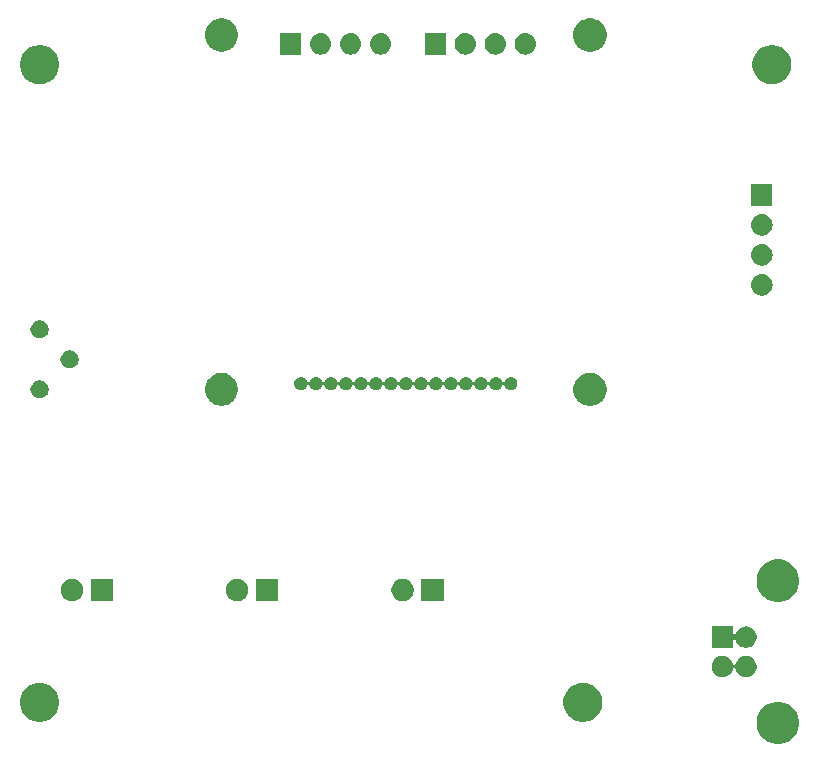
<source format=gbr>
G04 #@! TF.GenerationSoftware,KiCad,Pcbnew,(5.1.0)-1*
G04 #@! TF.CreationDate,2020-10-05T07:23:46+02:00*
G04 #@! TF.ProjectId,Waage,57616167-652e-46b6-9963-61645f706362,rev?*
G04 #@! TF.SameCoordinates,Original*
G04 #@! TF.FileFunction,Soldermask,Bot*
G04 #@! TF.FilePolarity,Negative*
%FSLAX46Y46*%
G04 Gerber Fmt 4.6, Leading zero omitted, Abs format (unit mm)*
G04 Created by KiCad (PCBNEW (5.1.0)-1) date 2020-10-05 07:23:46*
%MOMM*%
%LPD*%
G04 APERTURE LIST*
%ADD10C,0.100000*%
G04 APERTURE END LIST*
D10*
G36*
X147035331Y-118013211D02*
G01*
X147363092Y-118148974D01*
X147658070Y-118346072D01*
X147908928Y-118596930D01*
X148106026Y-118891908D01*
X148241789Y-119219669D01*
X148311000Y-119567616D01*
X148311000Y-119922384D01*
X148241789Y-120270331D01*
X148106026Y-120598092D01*
X147908928Y-120893070D01*
X147658070Y-121143928D01*
X147363092Y-121341026D01*
X147035331Y-121476789D01*
X146687384Y-121546000D01*
X146332616Y-121546000D01*
X145984669Y-121476789D01*
X145656908Y-121341026D01*
X145361930Y-121143928D01*
X145111072Y-120893070D01*
X144913974Y-120598092D01*
X144778211Y-120270331D01*
X144709000Y-119922384D01*
X144709000Y-119567616D01*
X144778211Y-119219669D01*
X144913974Y-118891908D01*
X145111072Y-118596930D01*
X145361930Y-118346072D01*
X145656908Y-118148974D01*
X145984669Y-118013211D01*
X146332616Y-117944000D01*
X146687384Y-117944000D01*
X147035331Y-118013211D01*
X147035331Y-118013211D01*
G37*
G36*
X130375256Y-116391298D02*
G01*
X130481579Y-116412447D01*
X130782042Y-116536903D01*
X131052451Y-116717585D01*
X131282415Y-116947549D01*
X131463097Y-117217958D01*
X131587553Y-117518421D01*
X131651000Y-117837391D01*
X131651000Y-118162609D01*
X131587553Y-118481579D01*
X131463097Y-118782042D01*
X131282415Y-119052451D01*
X131052451Y-119282415D01*
X130782042Y-119463097D01*
X130481579Y-119587553D01*
X130375256Y-119608702D01*
X130162611Y-119651000D01*
X129837389Y-119651000D01*
X129624744Y-119608702D01*
X129518421Y-119587553D01*
X129217958Y-119463097D01*
X128947549Y-119282415D01*
X128717585Y-119052451D01*
X128536903Y-118782042D01*
X128412447Y-118481579D01*
X128349000Y-118162609D01*
X128349000Y-117837391D01*
X128412447Y-117518421D01*
X128536903Y-117217958D01*
X128717585Y-116947549D01*
X128947549Y-116717585D01*
X129217958Y-116536903D01*
X129518421Y-116412447D01*
X129624744Y-116391298D01*
X129837389Y-116349000D01*
X130162611Y-116349000D01*
X130375256Y-116391298D01*
X130375256Y-116391298D01*
G37*
G36*
X84375256Y-116391298D02*
G01*
X84481579Y-116412447D01*
X84782042Y-116536903D01*
X85052451Y-116717585D01*
X85282415Y-116947549D01*
X85463097Y-117217958D01*
X85587553Y-117518421D01*
X85651000Y-117837391D01*
X85651000Y-118162609D01*
X85587553Y-118481579D01*
X85463097Y-118782042D01*
X85282415Y-119052451D01*
X85052451Y-119282415D01*
X84782042Y-119463097D01*
X84481579Y-119587553D01*
X84375256Y-119608702D01*
X84162611Y-119651000D01*
X83837389Y-119651000D01*
X83624744Y-119608702D01*
X83518421Y-119587553D01*
X83217958Y-119463097D01*
X82947549Y-119282415D01*
X82717585Y-119052451D01*
X82536903Y-118782042D01*
X82412447Y-118481579D01*
X82349000Y-118162609D01*
X82349000Y-117837391D01*
X82412447Y-117518421D01*
X82536903Y-117217958D01*
X82717585Y-116947549D01*
X82947549Y-116717585D01*
X83217958Y-116536903D01*
X83518421Y-116412447D01*
X83624744Y-116391298D01*
X83837389Y-116349000D01*
X84162611Y-116349000D01*
X84375256Y-116391298D01*
X84375256Y-116391298D01*
G37*
G36*
X141913512Y-114078927D02*
G01*
X142062812Y-114108624D01*
X142226784Y-114176544D01*
X142374354Y-114275147D01*
X142499853Y-114400646D01*
X142598456Y-114548216D01*
X142666376Y-114712188D01*
X142677405Y-114767638D01*
X142684516Y-114791078D01*
X142696067Y-114812689D01*
X142711613Y-114831631D01*
X142730555Y-114847176D01*
X142752165Y-114858727D01*
X142775614Y-114865840D01*
X142800000Y-114868242D01*
X142824387Y-114865840D01*
X142847835Y-114858727D01*
X142869446Y-114847176D01*
X142888388Y-114831630D01*
X142903933Y-114812688D01*
X142915484Y-114791078D01*
X142922595Y-114767638D01*
X142933624Y-114712188D01*
X143001544Y-114548216D01*
X143100147Y-114400646D01*
X143225646Y-114275147D01*
X143373216Y-114176544D01*
X143537188Y-114108624D01*
X143686488Y-114078927D01*
X143711258Y-114074000D01*
X143888742Y-114074000D01*
X143913512Y-114078927D01*
X144062812Y-114108624D01*
X144226784Y-114176544D01*
X144374354Y-114275147D01*
X144499853Y-114400646D01*
X144598456Y-114548216D01*
X144666376Y-114712188D01*
X144701000Y-114886259D01*
X144701000Y-115063741D01*
X144666376Y-115237812D01*
X144598456Y-115401784D01*
X144499853Y-115549354D01*
X144374354Y-115674853D01*
X144226784Y-115773456D01*
X144062812Y-115841376D01*
X143913512Y-115871073D01*
X143888742Y-115876000D01*
X143711258Y-115876000D01*
X143686488Y-115871073D01*
X143537188Y-115841376D01*
X143373216Y-115773456D01*
X143225646Y-115674853D01*
X143100147Y-115549354D01*
X143001544Y-115401784D01*
X142933624Y-115237812D01*
X142922595Y-115182362D01*
X142915484Y-115158922D01*
X142903933Y-115137311D01*
X142888387Y-115118369D01*
X142869445Y-115102824D01*
X142847835Y-115091273D01*
X142824386Y-115084160D01*
X142800000Y-115081758D01*
X142775613Y-115084160D01*
X142752165Y-115091273D01*
X142730554Y-115102824D01*
X142711612Y-115118370D01*
X142696067Y-115137312D01*
X142684516Y-115158922D01*
X142677405Y-115182362D01*
X142666376Y-115237812D01*
X142598456Y-115401784D01*
X142499853Y-115549354D01*
X142374354Y-115674853D01*
X142226784Y-115773456D01*
X142062812Y-115841376D01*
X141913512Y-115871073D01*
X141888742Y-115876000D01*
X141711258Y-115876000D01*
X141686488Y-115871073D01*
X141537188Y-115841376D01*
X141373216Y-115773456D01*
X141225646Y-115674853D01*
X141100147Y-115549354D01*
X141001544Y-115401784D01*
X140933624Y-115237812D01*
X140899000Y-115063741D01*
X140899000Y-114886259D01*
X140933624Y-114712188D01*
X141001544Y-114548216D01*
X141100147Y-114400646D01*
X141225646Y-114275147D01*
X141373216Y-114176544D01*
X141537188Y-114108624D01*
X141686488Y-114078927D01*
X141711258Y-114074000D01*
X141888742Y-114074000D01*
X141913512Y-114078927D01*
X141913512Y-114078927D01*
G37*
G36*
X142701000Y-112145383D02*
G01*
X142703402Y-112169769D01*
X142710515Y-112193218D01*
X142722066Y-112214829D01*
X142737611Y-112233771D01*
X142756553Y-112249316D01*
X142778164Y-112260867D01*
X142801613Y-112267980D01*
X142825999Y-112270382D01*
X142850385Y-112267980D01*
X142873834Y-112260867D01*
X142895445Y-112249316D01*
X142914387Y-112233771D01*
X142929932Y-112214829D01*
X142941477Y-112193229D01*
X143001544Y-112048216D01*
X143100147Y-111900646D01*
X143225646Y-111775147D01*
X143373216Y-111676544D01*
X143537188Y-111608624D01*
X143686488Y-111578927D01*
X143711258Y-111574000D01*
X143888742Y-111574000D01*
X143913512Y-111578927D01*
X144062812Y-111608624D01*
X144226784Y-111676544D01*
X144374354Y-111775147D01*
X144499853Y-111900646D01*
X144598456Y-112048216D01*
X144666376Y-112212188D01*
X144701000Y-112386259D01*
X144701000Y-112563741D01*
X144666376Y-112737812D01*
X144598456Y-112901784D01*
X144499853Y-113049354D01*
X144374354Y-113174853D01*
X144226784Y-113273456D01*
X144062812Y-113341376D01*
X143913512Y-113371073D01*
X143888742Y-113376000D01*
X143711258Y-113376000D01*
X143686488Y-113371073D01*
X143537188Y-113341376D01*
X143373216Y-113273456D01*
X143225646Y-113174853D01*
X143100147Y-113049354D01*
X143001544Y-112901784D01*
X142941477Y-112756771D01*
X142929932Y-112735171D01*
X142914387Y-112716229D01*
X142895445Y-112700684D01*
X142873834Y-112689133D01*
X142850385Y-112682020D01*
X142825999Y-112679618D01*
X142801613Y-112682020D01*
X142778164Y-112689133D01*
X142756553Y-112700684D01*
X142737611Y-112716229D01*
X142722066Y-112735171D01*
X142710515Y-112756782D01*
X142703402Y-112780231D01*
X142701000Y-112804617D01*
X142701000Y-113376000D01*
X140899000Y-113376000D01*
X140899000Y-111574000D01*
X142701000Y-111574000D01*
X142701000Y-112145383D01*
X142701000Y-112145383D01*
G37*
G36*
X147035331Y-105973211D02*
G01*
X147363092Y-106108974D01*
X147658070Y-106306072D01*
X147908928Y-106556930D01*
X148106026Y-106851908D01*
X148241789Y-107179669D01*
X148311000Y-107527616D01*
X148311000Y-107882384D01*
X148241789Y-108230331D01*
X148106026Y-108558092D01*
X147908928Y-108853070D01*
X147658070Y-109103928D01*
X147363092Y-109301026D01*
X147035331Y-109436789D01*
X146687384Y-109506000D01*
X146332616Y-109506000D01*
X145984669Y-109436789D01*
X145656908Y-109301026D01*
X145361930Y-109103928D01*
X145111072Y-108853070D01*
X144913974Y-108558092D01*
X144778211Y-108230331D01*
X144709000Y-107882384D01*
X144709000Y-107527616D01*
X144778211Y-107179669D01*
X144913974Y-106851908D01*
X145111072Y-106556930D01*
X145361930Y-106306072D01*
X145656908Y-106108974D01*
X145984669Y-105973211D01*
X146332616Y-105904000D01*
X146687384Y-105904000D01*
X147035331Y-105973211D01*
X147035331Y-105973211D01*
G37*
G36*
X101007395Y-107585546D02*
G01*
X101180466Y-107657234D01*
X101180467Y-107657235D01*
X101336227Y-107761310D01*
X101468690Y-107893773D01*
X101468691Y-107893775D01*
X101572766Y-108049534D01*
X101644454Y-108222605D01*
X101681000Y-108406333D01*
X101681000Y-108593667D01*
X101644454Y-108777395D01*
X101572766Y-108950466D01*
X101572765Y-108950467D01*
X101468690Y-109106227D01*
X101336227Y-109238690D01*
X101257818Y-109291081D01*
X101180466Y-109342766D01*
X101007395Y-109414454D01*
X100823667Y-109451000D01*
X100636333Y-109451000D01*
X100452605Y-109414454D01*
X100279534Y-109342766D01*
X100202182Y-109291081D01*
X100123773Y-109238690D01*
X99991310Y-109106227D01*
X99887235Y-108950467D01*
X99887234Y-108950466D01*
X99815546Y-108777395D01*
X99779000Y-108593667D01*
X99779000Y-108406333D01*
X99815546Y-108222605D01*
X99887234Y-108049534D01*
X99991309Y-107893775D01*
X99991310Y-107893773D01*
X100123773Y-107761310D01*
X100279533Y-107657235D01*
X100279534Y-107657234D01*
X100452605Y-107585546D01*
X100636333Y-107549000D01*
X100823667Y-107549000D01*
X101007395Y-107585546D01*
X101007395Y-107585546D01*
G37*
G36*
X115007395Y-107585546D02*
G01*
X115180466Y-107657234D01*
X115180467Y-107657235D01*
X115336227Y-107761310D01*
X115468690Y-107893773D01*
X115468691Y-107893775D01*
X115572766Y-108049534D01*
X115644454Y-108222605D01*
X115681000Y-108406333D01*
X115681000Y-108593667D01*
X115644454Y-108777395D01*
X115572766Y-108950466D01*
X115572765Y-108950467D01*
X115468690Y-109106227D01*
X115336227Y-109238690D01*
X115257818Y-109291081D01*
X115180466Y-109342766D01*
X115007395Y-109414454D01*
X114823667Y-109451000D01*
X114636333Y-109451000D01*
X114452605Y-109414454D01*
X114279534Y-109342766D01*
X114202182Y-109291081D01*
X114123773Y-109238690D01*
X113991310Y-109106227D01*
X113887235Y-108950467D01*
X113887234Y-108950466D01*
X113815546Y-108777395D01*
X113779000Y-108593667D01*
X113779000Y-108406333D01*
X113815546Y-108222605D01*
X113887234Y-108049534D01*
X113991309Y-107893775D01*
X113991310Y-107893773D01*
X114123773Y-107761310D01*
X114279533Y-107657235D01*
X114279534Y-107657234D01*
X114452605Y-107585546D01*
X114636333Y-107549000D01*
X114823667Y-107549000D01*
X115007395Y-107585546D01*
X115007395Y-107585546D01*
G37*
G36*
X118221000Y-109451000D02*
G01*
X116319000Y-109451000D01*
X116319000Y-107549000D01*
X118221000Y-107549000D01*
X118221000Y-109451000D01*
X118221000Y-109451000D01*
G37*
G36*
X87007395Y-107585546D02*
G01*
X87180466Y-107657234D01*
X87180467Y-107657235D01*
X87336227Y-107761310D01*
X87468690Y-107893773D01*
X87468691Y-107893775D01*
X87572766Y-108049534D01*
X87644454Y-108222605D01*
X87681000Y-108406333D01*
X87681000Y-108593667D01*
X87644454Y-108777395D01*
X87572766Y-108950466D01*
X87572765Y-108950467D01*
X87468690Y-109106227D01*
X87336227Y-109238690D01*
X87257818Y-109291081D01*
X87180466Y-109342766D01*
X87007395Y-109414454D01*
X86823667Y-109451000D01*
X86636333Y-109451000D01*
X86452605Y-109414454D01*
X86279534Y-109342766D01*
X86202182Y-109291081D01*
X86123773Y-109238690D01*
X85991310Y-109106227D01*
X85887235Y-108950467D01*
X85887234Y-108950466D01*
X85815546Y-108777395D01*
X85779000Y-108593667D01*
X85779000Y-108406333D01*
X85815546Y-108222605D01*
X85887234Y-108049534D01*
X85991309Y-107893775D01*
X85991310Y-107893773D01*
X86123773Y-107761310D01*
X86279533Y-107657235D01*
X86279534Y-107657234D01*
X86452605Y-107585546D01*
X86636333Y-107549000D01*
X86823667Y-107549000D01*
X87007395Y-107585546D01*
X87007395Y-107585546D01*
G37*
G36*
X90221000Y-109451000D02*
G01*
X88319000Y-109451000D01*
X88319000Y-107549000D01*
X90221000Y-107549000D01*
X90221000Y-109451000D01*
X90221000Y-109451000D01*
G37*
G36*
X104221000Y-109451000D02*
G01*
X102319000Y-109451000D01*
X102319000Y-107549000D01*
X104221000Y-107549000D01*
X104221000Y-109451000D01*
X104221000Y-109451000D01*
G37*
G36*
X99718433Y-90134893D02*
G01*
X99808657Y-90152839D01*
X99914267Y-90196585D01*
X100063621Y-90258449D01*
X100063622Y-90258450D01*
X100293086Y-90411772D01*
X100488228Y-90606914D01*
X100516187Y-90648758D01*
X100641551Y-90836379D01*
X100686846Y-90945730D01*
X100731805Y-91054270D01*
X100747161Y-91091344D01*
X100801000Y-91362012D01*
X100801000Y-91637988D01*
X100747161Y-91908656D01*
X100641551Y-92163621D01*
X100641550Y-92163622D01*
X100488228Y-92393086D01*
X100293086Y-92588228D01*
X100139763Y-92690675D01*
X100063621Y-92741551D01*
X99914267Y-92803415D01*
X99808657Y-92847161D01*
X99718433Y-92865107D01*
X99537988Y-92901000D01*
X99262012Y-92901000D01*
X99081567Y-92865107D01*
X98991343Y-92847161D01*
X98885733Y-92803415D01*
X98736379Y-92741551D01*
X98660237Y-92690675D01*
X98506914Y-92588228D01*
X98311772Y-92393086D01*
X98158450Y-92163622D01*
X98158449Y-92163621D01*
X98052839Y-91908656D01*
X97999000Y-91637988D01*
X97999000Y-91362012D01*
X98052839Y-91091344D01*
X98068196Y-91054270D01*
X98113154Y-90945730D01*
X98158449Y-90836379D01*
X98283813Y-90648758D01*
X98311772Y-90606914D01*
X98506914Y-90411772D01*
X98736378Y-90258450D01*
X98736379Y-90258449D01*
X98885733Y-90196585D01*
X98991343Y-90152839D01*
X99081567Y-90134893D01*
X99262012Y-90099000D01*
X99537988Y-90099000D01*
X99718433Y-90134893D01*
X99718433Y-90134893D01*
G37*
G36*
X130918433Y-90134893D02*
G01*
X131008657Y-90152839D01*
X131114267Y-90196585D01*
X131263621Y-90258449D01*
X131263622Y-90258450D01*
X131493086Y-90411772D01*
X131688228Y-90606914D01*
X131716187Y-90648758D01*
X131841551Y-90836379D01*
X131886846Y-90945730D01*
X131931805Y-91054270D01*
X131947161Y-91091344D01*
X132001000Y-91362012D01*
X132001000Y-91637988D01*
X131947161Y-91908656D01*
X131841551Y-92163621D01*
X131841550Y-92163622D01*
X131688228Y-92393086D01*
X131493086Y-92588228D01*
X131339763Y-92690675D01*
X131263621Y-92741551D01*
X131114267Y-92803415D01*
X131008657Y-92847161D01*
X130918433Y-92865107D01*
X130737988Y-92901000D01*
X130462012Y-92901000D01*
X130281567Y-92865107D01*
X130191343Y-92847161D01*
X130085733Y-92803415D01*
X129936379Y-92741551D01*
X129860237Y-92690675D01*
X129706914Y-92588228D01*
X129511772Y-92393086D01*
X129358450Y-92163622D01*
X129358449Y-92163621D01*
X129252839Y-91908656D01*
X129199000Y-91637988D01*
X129199000Y-91362012D01*
X129252839Y-91091344D01*
X129268196Y-91054270D01*
X129313154Y-90945730D01*
X129358449Y-90836379D01*
X129483813Y-90648758D01*
X129511772Y-90606914D01*
X129706914Y-90411772D01*
X129936378Y-90258450D01*
X129936379Y-90258449D01*
X130085733Y-90196585D01*
X130191343Y-90152839D01*
X130281567Y-90134893D01*
X130462012Y-90099000D01*
X130737988Y-90099000D01*
X130918433Y-90134893D01*
X130918433Y-90134893D01*
G37*
G36*
X84125589Y-90738876D02*
G01*
X84224893Y-90758629D01*
X84365206Y-90816748D01*
X84491484Y-90901125D01*
X84598875Y-91008516D01*
X84683252Y-91134794D01*
X84741371Y-91275107D01*
X84771000Y-91424063D01*
X84771000Y-91575937D01*
X84741371Y-91724893D01*
X84683252Y-91865206D01*
X84598875Y-91991484D01*
X84491484Y-92098875D01*
X84365206Y-92183252D01*
X84224893Y-92241371D01*
X84125589Y-92261124D01*
X84075938Y-92271000D01*
X83924062Y-92271000D01*
X83874411Y-92261124D01*
X83775107Y-92241371D01*
X83634794Y-92183252D01*
X83508516Y-92098875D01*
X83401125Y-91991484D01*
X83316748Y-91865206D01*
X83258629Y-91724893D01*
X83229000Y-91575937D01*
X83229000Y-91424063D01*
X83258629Y-91275107D01*
X83316748Y-91134794D01*
X83401125Y-91008516D01*
X83508516Y-90901125D01*
X83634794Y-90816748D01*
X83775107Y-90758629D01*
X83874411Y-90738876D01*
X83924062Y-90729000D01*
X84075938Y-90729000D01*
X84125589Y-90738876D01*
X84125589Y-90738876D01*
G37*
G36*
X106270721Y-90470174D02*
G01*
X106370995Y-90511709D01*
X106370996Y-90511710D01*
X106461242Y-90572010D01*
X106537990Y-90648758D01*
X106537991Y-90648760D01*
X106598291Y-90739005D01*
X106629516Y-90814389D01*
X106641067Y-90836000D01*
X106656612Y-90854941D01*
X106675554Y-90870487D01*
X106697165Y-90882038D01*
X106720614Y-90889151D01*
X106745000Y-90891553D01*
X106769386Y-90889151D01*
X106792835Y-90882038D01*
X106814446Y-90870487D01*
X106833387Y-90854942D01*
X106848933Y-90836000D01*
X106860484Y-90814389D01*
X106891709Y-90739005D01*
X106952009Y-90648760D01*
X106952010Y-90648758D01*
X107028758Y-90572010D01*
X107119004Y-90511710D01*
X107119005Y-90511709D01*
X107219279Y-90470174D01*
X107325730Y-90449000D01*
X107434270Y-90449000D01*
X107540721Y-90470174D01*
X107640995Y-90511709D01*
X107640996Y-90511710D01*
X107731242Y-90572010D01*
X107807990Y-90648758D01*
X107807991Y-90648760D01*
X107868291Y-90739005D01*
X107899516Y-90814389D01*
X107911067Y-90836000D01*
X107926612Y-90854941D01*
X107945554Y-90870487D01*
X107967165Y-90882038D01*
X107990614Y-90889151D01*
X108015000Y-90891553D01*
X108039386Y-90889151D01*
X108062835Y-90882038D01*
X108084446Y-90870487D01*
X108103387Y-90854942D01*
X108118933Y-90836000D01*
X108130484Y-90814389D01*
X108161709Y-90739005D01*
X108222009Y-90648760D01*
X108222010Y-90648758D01*
X108298758Y-90572010D01*
X108389004Y-90511710D01*
X108389005Y-90511709D01*
X108489279Y-90470174D01*
X108595730Y-90449000D01*
X108704270Y-90449000D01*
X108810721Y-90470174D01*
X108910995Y-90511709D01*
X108910996Y-90511710D01*
X109001242Y-90572010D01*
X109077990Y-90648758D01*
X109077991Y-90648760D01*
X109138291Y-90739005D01*
X109169516Y-90814389D01*
X109181067Y-90836000D01*
X109196612Y-90854941D01*
X109215554Y-90870487D01*
X109237165Y-90882038D01*
X109260614Y-90889151D01*
X109285000Y-90891553D01*
X109309386Y-90889151D01*
X109332835Y-90882038D01*
X109354446Y-90870487D01*
X109373387Y-90854942D01*
X109388933Y-90836000D01*
X109400484Y-90814389D01*
X109431709Y-90739005D01*
X109492009Y-90648760D01*
X109492010Y-90648758D01*
X109568758Y-90572010D01*
X109659004Y-90511710D01*
X109659005Y-90511709D01*
X109759279Y-90470174D01*
X109865730Y-90449000D01*
X109974270Y-90449000D01*
X110080721Y-90470174D01*
X110180995Y-90511709D01*
X110180996Y-90511710D01*
X110271242Y-90572010D01*
X110347990Y-90648758D01*
X110347991Y-90648760D01*
X110408291Y-90739005D01*
X110439516Y-90814389D01*
X110451067Y-90836000D01*
X110466612Y-90854941D01*
X110485554Y-90870487D01*
X110507165Y-90882038D01*
X110530614Y-90889151D01*
X110555000Y-90891553D01*
X110579386Y-90889151D01*
X110602835Y-90882038D01*
X110624446Y-90870487D01*
X110643387Y-90854942D01*
X110658933Y-90836000D01*
X110670484Y-90814389D01*
X110701709Y-90739005D01*
X110762009Y-90648760D01*
X110762010Y-90648758D01*
X110838758Y-90572010D01*
X110929004Y-90511710D01*
X110929005Y-90511709D01*
X111029279Y-90470174D01*
X111135730Y-90449000D01*
X111244270Y-90449000D01*
X111350721Y-90470174D01*
X111450995Y-90511709D01*
X111450996Y-90511710D01*
X111541242Y-90572010D01*
X111617990Y-90648758D01*
X111617991Y-90648760D01*
X111678291Y-90739005D01*
X111709516Y-90814389D01*
X111721067Y-90836000D01*
X111736612Y-90854941D01*
X111755554Y-90870487D01*
X111777165Y-90882038D01*
X111800614Y-90889151D01*
X111825000Y-90891553D01*
X111849386Y-90889151D01*
X111872835Y-90882038D01*
X111894446Y-90870487D01*
X111913387Y-90854942D01*
X111928933Y-90836000D01*
X111940484Y-90814389D01*
X111971709Y-90739005D01*
X112032009Y-90648760D01*
X112032010Y-90648758D01*
X112108758Y-90572010D01*
X112199004Y-90511710D01*
X112199005Y-90511709D01*
X112299279Y-90470174D01*
X112405730Y-90449000D01*
X112514270Y-90449000D01*
X112620721Y-90470174D01*
X112720995Y-90511709D01*
X112720996Y-90511710D01*
X112811242Y-90572010D01*
X112887990Y-90648758D01*
X112887991Y-90648760D01*
X112948291Y-90739005D01*
X112979516Y-90814389D01*
X112991067Y-90836000D01*
X113006612Y-90854941D01*
X113025554Y-90870487D01*
X113047165Y-90882038D01*
X113070614Y-90889151D01*
X113095000Y-90891553D01*
X113119386Y-90889151D01*
X113142835Y-90882038D01*
X113164446Y-90870487D01*
X113183387Y-90854942D01*
X113198933Y-90836000D01*
X113210484Y-90814389D01*
X113241709Y-90739005D01*
X113302009Y-90648760D01*
X113302010Y-90648758D01*
X113378758Y-90572010D01*
X113469004Y-90511710D01*
X113469005Y-90511709D01*
X113569279Y-90470174D01*
X113675730Y-90449000D01*
X113784270Y-90449000D01*
X113890721Y-90470174D01*
X113990995Y-90511709D01*
X113990996Y-90511710D01*
X114081242Y-90572010D01*
X114157990Y-90648758D01*
X114157991Y-90648760D01*
X114218291Y-90739005D01*
X114249516Y-90814389D01*
X114261067Y-90836000D01*
X114276612Y-90854941D01*
X114295554Y-90870487D01*
X114317165Y-90882038D01*
X114340614Y-90889151D01*
X114365000Y-90891553D01*
X114389386Y-90889151D01*
X114412835Y-90882038D01*
X114434446Y-90870487D01*
X114453387Y-90854942D01*
X114468933Y-90836000D01*
X114480484Y-90814389D01*
X114511709Y-90739005D01*
X114572009Y-90648760D01*
X114572010Y-90648758D01*
X114648758Y-90572010D01*
X114739004Y-90511710D01*
X114739005Y-90511709D01*
X114839279Y-90470174D01*
X114945730Y-90449000D01*
X115054270Y-90449000D01*
X115160721Y-90470174D01*
X115260995Y-90511709D01*
X115260996Y-90511710D01*
X115351242Y-90572010D01*
X115427990Y-90648758D01*
X115427991Y-90648760D01*
X115488291Y-90739005D01*
X115519516Y-90814389D01*
X115531067Y-90836000D01*
X115546612Y-90854941D01*
X115565554Y-90870487D01*
X115587165Y-90882038D01*
X115610614Y-90889151D01*
X115635000Y-90891553D01*
X115659386Y-90889151D01*
X115682835Y-90882038D01*
X115704446Y-90870487D01*
X115723387Y-90854942D01*
X115738933Y-90836000D01*
X115750484Y-90814389D01*
X115781709Y-90739005D01*
X115842009Y-90648760D01*
X115842010Y-90648758D01*
X115918758Y-90572010D01*
X116009004Y-90511710D01*
X116009005Y-90511709D01*
X116109279Y-90470174D01*
X116215730Y-90449000D01*
X116324270Y-90449000D01*
X116430721Y-90470174D01*
X116530995Y-90511709D01*
X116530996Y-90511710D01*
X116621242Y-90572010D01*
X116697990Y-90648758D01*
X116697991Y-90648760D01*
X116758291Y-90739005D01*
X116789516Y-90814389D01*
X116801067Y-90836000D01*
X116816612Y-90854941D01*
X116835554Y-90870487D01*
X116857165Y-90882038D01*
X116880614Y-90889151D01*
X116905000Y-90891553D01*
X116929386Y-90889151D01*
X116952835Y-90882038D01*
X116974446Y-90870487D01*
X116993387Y-90854942D01*
X117008933Y-90836000D01*
X117020484Y-90814389D01*
X117051709Y-90739005D01*
X117112009Y-90648760D01*
X117112010Y-90648758D01*
X117188758Y-90572010D01*
X117279004Y-90511710D01*
X117279005Y-90511709D01*
X117379279Y-90470174D01*
X117485730Y-90449000D01*
X117594270Y-90449000D01*
X117700721Y-90470174D01*
X117800995Y-90511709D01*
X117800996Y-90511710D01*
X117891242Y-90572010D01*
X117967990Y-90648758D01*
X117967991Y-90648760D01*
X118028291Y-90739005D01*
X118059516Y-90814389D01*
X118071067Y-90836000D01*
X118086612Y-90854941D01*
X118105554Y-90870487D01*
X118127165Y-90882038D01*
X118150614Y-90889151D01*
X118175000Y-90891553D01*
X118199386Y-90889151D01*
X118222835Y-90882038D01*
X118244446Y-90870487D01*
X118263387Y-90854942D01*
X118278933Y-90836000D01*
X118290484Y-90814389D01*
X118321709Y-90739005D01*
X118382009Y-90648760D01*
X118382010Y-90648758D01*
X118458758Y-90572010D01*
X118549004Y-90511710D01*
X118549005Y-90511709D01*
X118649279Y-90470174D01*
X118755730Y-90449000D01*
X118864270Y-90449000D01*
X118970721Y-90470174D01*
X119070995Y-90511709D01*
X119070996Y-90511710D01*
X119161242Y-90572010D01*
X119237990Y-90648758D01*
X119237991Y-90648760D01*
X119298291Y-90739005D01*
X119329516Y-90814389D01*
X119341067Y-90836000D01*
X119356612Y-90854941D01*
X119375554Y-90870487D01*
X119397165Y-90882038D01*
X119420614Y-90889151D01*
X119445000Y-90891553D01*
X119469386Y-90889151D01*
X119492835Y-90882038D01*
X119514446Y-90870487D01*
X119533387Y-90854942D01*
X119548933Y-90836000D01*
X119560484Y-90814389D01*
X119591709Y-90739005D01*
X119652009Y-90648760D01*
X119652010Y-90648758D01*
X119728758Y-90572010D01*
X119819004Y-90511710D01*
X119819005Y-90511709D01*
X119919279Y-90470174D01*
X120025730Y-90449000D01*
X120134270Y-90449000D01*
X120240721Y-90470174D01*
X120340995Y-90511709D01*
X120340996Y-90511710D01*
X120431242Y-90572010D01*
X120507990Y-90648758D01*
X120507991Y-90648760D01*
X120568291Y-90739005D01*
X120599516Y-90814389D01*
X120611067Y-90836000D01*
X120626612Y-90854941D01*
X120645554Y-90870487D01*
X120667165Y-90882038D01*
X120690614Y-90889151D01*
X120715000Y-90891553D01*
X120739386Y-90889151D01*
X120762835Y-90882038D01*
X120784446Y-90870487D01*
X120803387Y-90854942D01*
X120818933Y-90836000D01*
X120830484Y-90814389D01*
X120861709Y-90739005D01*
X120922009Y-90648760D01*
X120922010Y-90648758D01*
X120998758Y-90572010D01*
X121089004Y-90511710D01*
X121089005Y-90511709D01*
X121189279Y-90470174D01*
X121295730Y-90449000D01*
X121404270Y-90449000D01*
X121510721Y-90470174D01*
X121610995Y-90511709D01*
X121610996Y-90511710D01*
X121701242Y-90572010D01*
X121777990Y-90648758D01*
X121777991Y-90648760D01*
X121838291Y-90739005D01*
X121869516Y-90814389D01*
X121881067Y-90836000D01*
X121896612Y-90854941D01*
X121915554Y-90870487D01*
X121937165Y-90882038D01*
X121960614Y-90889151D01*
X121985000Y-90891553D01*
X122009386Y-90889151D01*
X122032835Y-90882038D01*
X122054446Y-90870487D01*
X122073387Y-90854942D01*
X122088933Y-90836000D01*
X122100484Y-90814389D01*
X122131709Y-90739005D01*
X122192009Y-90648760D01*
X122192010Y-90648758D01*
X122268758Y-90572010D01*
X122359004Y-90511710D01*
X122359005Y-90511709D01*
X122459279Y-90470174D01*
X122565730Y-90449000D01*
X122674270Y-90449000D01*
X122780721Y-90470174D01*
X122880995Y-90511709D01*
X122880996Y-90511710D01*
X122971242Y-90572010D01*
X123047990Y-90648758D01*
X123047991Y-90648760D01*
X123108291Y-90739005D01*
X123139516Y-90814389D01*
X123151067Y-90836000D01*
X123166612Y-90854941D01*
X123185554Y-90870487D01*
X123207165Y-90882038D01*
X123230614Y-90889151D01*
X123255000Y-90891553D01*
X123279386Y-90889151D01*
X123302835Y-90882038D01*
X123324446Y-90870487D01*
X123343387Y-90854942D01*
X123358933Y-90836000D01*
X123370484Y-90814389D01*
X123401709Y-90739005D01*
X123462009Y-90648760D01*
X123462010Y-90648758D01*
X123538758Y-90572010D01*
X123629004Y-90511710D01*
X123629005Y-90511709D01*
X123729279Y-90470174D01*
X123835730Y-90449000D01*
X123944270Y-90449000D01*
X124050721Y-90470174D01*
X124150995Y-90511709D01*
X124150996Y-90511710D01*
X124241242Y-90572010D01*
X124317990Y-90648758D01*
X124317991Y-90648760D01*
X124378291Y-90739005D01*
X124419826Y-90839279D01*
X124441000Y-90945730D01*
X124441000Y-91054270D01*
X124419826Y-91160721D01*
X124378291Y-91260995D01*
X124368860Y-91275109D01*
X124317990Y-91351242D01*
X124241242Y-91427990D01*
X124195812Y-91458345D01*
X124150995Y-91488291D01*
X124050721Y-91529826D01*
X123944270Y-91551000D01*
X123835730Y-91551000D01*
X123729279Y-91529826D01*
X123629005Y-91488291D01*
X123584188Y-91458345D01*
X123538758Y-91427990D01*
X123462010Y-91351242D01*
X123411140Y-91275109D01*
X123401709Y-91260995D01*
X123370484Y-91185611D01*
X123358933Y-91164000D01*
X123343388Y-91145059D01*
X123324446Y-91129513D01*
X123302835Y-91117962D01*
X123279386Y-91110849D01*
X123255000Y-91108447D01*
X123230614Y-91110849D01*
X123207165Y-91117962D01*
X123185554Y-91129513D01*
X123166613Y-91145058D01*
X123151067Y-91164000D01*
X123139516Y-91185611D01*
X123108291Y-91260995D01*
X123098860Y-91275109D01*
X123047990Y-91351242D01*
X122971242Y-91427990D01*
X122925812Y-91458345D01*
X122880995Y-91488291D01*
X122780721Y-91529826D01*
X122674270Y-91551000D01*
X122565730Y-91551000D01*
X122459279Y-91529826D01*
X122359005Y-91488291D01*
X122314188Y-91458345D01*
X122268758Y-91427990D01*
X122192010Y-91351242D01*
X122141140Y-91275109D01*
X122131709Y-91260995D01*
X122100484Y-91185611D01*
X122088933Y-91164000D01*
X122073388Y-91145059D01*
X122054446Y-91129513D01*
X122032835Y-91117962D01*
X122009386Y-91110849D01*
X121985000Y-91108447D01*
X121960614Y-91110849D01*
X121937165Y-91117962D01*
X121915554Y-91129513D01*
X121896613Y-91145058D01*
X121881067Y-91164000D01*
X121869516Y-91185611D01*
X121838291Y-91260995D01*
X121828860Y-91275109D01*
X121777990Y-91351242D01*
X121701242Y-91427990D01*
X121655812Y-91458345D01*
X121610995Y-91488291D01*
X121510721Y-91529826D01*
X121404270Y-91551000D01*
X121295730Y-91551000D01*
X121189279Y-91529826D01*
X121089005Y-91488291D01*
X121044188Y-91458345D01*
X120998758Y-91427990D01*
X120922010Y-91351242D01*
X120871140Y-91275109D01*
X120861709Y-91260995D01*
X120830484Y-91185611D01*
X120818933Y-91164000D01*
X120803388Y-91145059D01*
X120784446Y-91129513D01*
X120762835Y-91117962D01*
X120739386Y-91110849D01*
X120715000Y-91108447D01*
X120690614Y-91110849D01*
X120667165Y-91117962D01*
X120645554Y-91129513D01*
X120626613Y-91145058D01*
X120611067Y-91164000D01*
X120599516Y-91185611D01*
X120568291Y-91260995D01*
X120558860Y-91275109D01*
X120507990Y-91351242D01*
X120431242Y-91427990D01*
X120385812Y-91458345D01*
X120340995Y-91488291D01*
X120240721Y-91529826D01*
X120134270Y-91551000D01*
X120025730Y-91551000D01*
X119919279Y-91529826D01*
X119819005Y-91488291D01*
X119774188Y-91458345D01*
X119728758Y-91427990D01*
X119652010Y-91351242D01*
X119601140Y-91275109D01*
X119591709Y-91260995D01*
X119560484Y-91185611D01*
X119548933Y-91164000D01*
X119533388Y-91145059D01*
X119514446Y-91129513D01*
X119492835Y-91117962D01*
X119469386Y-91110849D01*
X119445000Y-91108447D01*
X119420614Y-91110849D01*
X119397165Y-91117962D01*
X119375554Y-91129513D01*
X119356613Y-91145058D01*
X119341067Y-91164000D01*
X119329516Y-91185611D01*
X119298291Y-91260995D01*
X119288860Y-91275109D01*
X119237990Y-91351242D01*
X119161242Y-91427990D01*
X119115812Y-91458345D01*
X119070995Y-91488291D01*
X118970721Y-91529826D01*
X118864270Y-91551000D01*
X118755730Y-91551000D01*
X118649279Y-91529826D01*
X118549005Y-91488291D01*
X118504188Y-91458345D01*
X118458758Y-91427990D01*
X118382010Y-91351242D01*
X118331140Y-91275109D01*
X118321709Y-91260995D01*
X118290484Y-91185611D01*
X118278933Y-91164000D01*
X118263388Y-91145059D01*
X118244446Y-91129513D01*
X118222835Y-91117962D01*
X118199386Y-91110849D01*
X118175000Y-91108447D01*
X118150614Y-91110849D01*
X118127165Y-91117962D01*
X118105554Y-91129513D01*
X118086613Y-91145058D01*
X118071067Y-91164000D01*
X118059516Y-91185611D01*
X118028291Y-91260995D01*
X118018860Y-91275109D01*
X117967990Y-91351242D01*
X117891242Y-91427990D01*
X117845812Y-91458345D01*
X117800995Y-91488291D01*
X117700721Y-91529826D01*
X117594270Y-91551000D01*
X117485730Y-91551000D01*
X117379279Y-91529826D01*
X117279005Y-91488291D01*
X117234188Y-91458345D01*
X117188758Y-91427990D01*
X117112010Y-91351242D01*
X117061140Y-91275109D01*
X117051709Y-91260995D01*
X117020484Y-91185611D01*
X117008933Y-91164000D01*
X116993388Y-91145059D01*
X116974446Y-91129513D01*
X116952835Y-91117962D01*
X116929386Y-91110849D01*
X116905000Y-91108447D01*
X116880614Y-91110849D01*
X116857165Y-91117962D01*
X116835554Y-91129513D01*
X116816613Y-91145058D01*
X116801067Y-91164000D01*
X116789516Y-91185611D01*
X116758291Y-91260995D01*
X116748860Y-91275109D01*
X116697990Y-91351242D01*
X116621242Y-91427990D01*
X116575812Y-91458345D01*
X116530995Y-91488291D01*
X116430721Y-91529826D01*
X116324270Y-91551000D01*
X116215730Y-91551000D01*
X116109279Y-91529826D01*
X116009005Y-91488291D01*
X115964188Y-91458345D01*
X115918758Y-91427990D01*
X115842010Y-91351242D01*
X115791140Y-91275109D01*
X115781709Y-91260995D01*
X115750484Y-91185611D01*
X115738933Y-91164000D01*
X115723388Y-91145059D01*
X115704446Y-91129513D01*
X115682835Y-91117962D01*
X115659386Y-91110849D01*
X115635000Y-91108447D01*
X115610614Y-91110849D01*
X115587165Y-91117962D01*
X115565554Y-91129513D01*
X115546613Y-91145058D01*
X115531067Y-91164000D01*
X115519516Y-91185611D01*
X115488291Y-91260995D01*
X115478860Y-91275109D01*
X115427990Y-91351242D01*
X115351242Y-91427990D01*
X115305812Y-91458345D01*
X115260995Y-91488291D01*
X115160721Y-91529826D01*
X115054270Y-91551000D01*
X114945730Y-91551000D01*
X114839279Y-91529826D01*
X114739005Y-91488291D01*
X114694188Y-91458345D01*
X114648758Y-91427990D01*
X114572010Y-91351242D01*
X114521140Y-91275109D01*
X114511709Y-91260995D01*
X114480484Y-91185611D01*
X114468933Y-91164000D01*
X114453388Y-91145059D01*
X114434446Y-91129513D01*
X114412835Y-91117962D01*
X114389386Y-91110849D01*
X114365000Y-91108447D01*
X114340614Y-91110849D01*
X114317165Y-91117962D01*
X114295554Y-91129513D01*
X114276613Y-91145058D01*
X114261067Y-91164000D01*
X114249516Y-91185611D01*
X114218291Y-91260995D01*
X114208860Y-91275109D01*
X114157990Y-91351242D01*
X114081242Y-91427990D01*
X114035812Y-91458345D01*
X113990995Y-91488291D01*
X113890721Y-91529826D01*
X113784270Y-91551000D01*
X113675730Y-91551000D01*
X113569279Y-91529826D01*
X113469005Y-91488291D01*
X113424188Y-91458345D01*
X113378758Y-91427990D01*
X113302010Y-91351242D01*
X113251140Y-91275109D01*
X113241709Y-91260995D01*
X113210484Y-91185611D01*
X113198933Y-91164000D01*
X113183388Y-91145059D01*
X113164446Y-91129513D01*
X113142835Y-91117962D01*
X113119386Y-91110849D01*
X113095000Y-91108447D01*
X113070614Y-91110849D01*
X113047165Y-91117962D01*
X113025554Y-91129513D01*
X113006613Y-91145058D01*
X112991067Y-91164000D01*
X112979516Y-91185611D01*
X112948291Y-91260995D01*
X112938860Y-91275109D01*
X112887990Y-91351242D01*
X112811242Y-91427990D01*
X112765812Y-91458345D01*
X112720995Y-91488291D01*
X112620721Y-91529826D01*
X112514270Y-91551000D01*
X112405730Y-91551000D01*
X112299279Y-91529826D01*
X112199005Y-91488291D01*
X112154188Y-91458345D01*
X112108758Y-91427990D01*
X112032010Y-91351242D01*
X111981140Y-91275109D01*
X111971709Y-91260995D01*
X111940484Y-91185611D01*
X111928933Y-91164000D01*
X111913388Y-91145059D01*
X111894446Y-91129513D01*
X111872835Y-91117962D01*
X111849386Y-91110849D01*
X111825000Y-91108447D01*
X111800614Y-91110849D01*
X111777165Y-91117962D01*
X111755554Y-91129513D01*
X111736613Y-91145058D01*
X111721067Y-91164000D01*
X111709516Y-91185611D01*
X111678291Y-91260995D01*
X111668860Y-91275109D01*
X111617990Y-91351242D01*
X111541242Y-91427990D01*
X111495812Y-91458345D01*
X111450995Y-91488291D01*
X111350721Y-91529826D01*
X111244270Y-91551000D01*
X111135730Y-91551000D01*
X111029279Y-91529826D01*
X110929005Y-91488291D01*
X110884188Y-91458345D01*
X110838758Y-91427990D01*
X110762010Y-91351242D01*
X110711140Y-91275109D01*
X110701709Y-91260995D01*
X110670484Y-91185611D01*
X110658933Y-91164000D01*
X110643388Y-91145059D01*
X110624446Y-91129513D01*
X110602835Y-91117962D01*
X110579386Y-91110849D01*
X110555000Y-91108447D01*
X110530614Y-91110849D01*
X110507165Y-91117962D01*
X110485554Y-91129513D01*
X110466613Y-91145058D01*
X110451067Y-91164000D01*
X110439516Y-91185611D01*
X110408291Y-91260995D01*
X110398860Y-91275109D01*
X110347990Y-91351242D01*
X110271242Y-91427990D01*
X110225812Y-91458345D01*
X110180995Y-91488291D01*
X110080721Y-91529826D01*
X109974270Y-91551000D01*
X109865730Y-91551000D01*
X109759279Y-91529826D01*
X109659005Y-91488291D01*
X109614188Y-91458345D01*
X109568758Y-91427990D01*
X109492010Y-91351242D01*
X109441140Y-91275109D01*
X109431709Y-91260995D01*
X109400484Y-91185611D01*
X109388933Y-91164000D01*
X109373388Y-91145059D01*
X109354446Y-91129513D01*
X109332835Y-91117962D01*
X109309386Y-91110849D01*
X109285000Y-91108447D01*
X109260614Y-91110849D01*
X109237165Y-91117962D01*
X109215554Y-91129513D01*
X109196613Y-91145058D01*
X109181067Y-91164000D01*
X109169516Y-91185611D01*
X109138291Y-91260995D01*
X109128860Y-91275109D01*
X109077990Y-91351242D01*
X109001242Y-91427990D01*
X108955812Y-91458345D01*
X108910995Y-91488291D01*
X108810721Y-91529826D01*
X108704270Y-91551000D01*
X108595730Y-91551000D01*
X108489279Y-91529826D01*
X108389005Y-91488291D01*
X108344188Y-91458345D01*
X108298758Y-91427990D01*
X108222010Y-91351242D01*
X108171140Y-91275109D01*
X108161709Y-91260995D01*
X108130484Y-91185611D01*
X108118933Y-91164000D01*
X108103388Y-91145059D01*
X108084446Y-91129513D01*
X108062835Y-91117962D01*
X108039386Y-91110849D01*
X108015000Y-91108447D01*
X107990614Y-91110849D01*
X107967165Y-91117962D01*
X107945554Y-91129513D01*
X107926613Y-91145058D01*
X107911067Y-91164000D01*
X107899516Y-91185611D01*
X107868291Y-91260995D01*
X107858860Y-91275109D01*
X107807990Y-91351242D01*
X107731242Y-91427990D01*
X107685812Y-91458345D01*
X107640995Y-91488291D01*
X107540721Y-91529826D01*
X107434270Y-91551000D01*
X107325730Y-91551000D01*
X107219279Y-91529826D01*
X107119005Y-91488291D01*
X107074188Y-91458345D01*
X107028758Y-91427990D01*
X106952010Y-91351242D01*
X106901140Y-91275109D01*
X106891709Y-91260995D01*
X106860484Y-91185611D01*
X106848933Y-91164000D01*
X106833388Y-91145059D01*
X106814446Y-91129513D01*
X106792835Y-91117962D01*
X106769386Y-91110849D01*
X106745000Y-91108447D01*
X106720614Y-91110849D01*
X106697165Y-91117962D01*
X106675554Y-91129513D01*
X106656613Y-91145058D01*
X106641067Y-91164000D01*
X106629516Y-91185611D01*
X106598291Y-91260995D01*
X106588860Y-91275109D01*
X106537990Y-91351242D01*
X106461242Y-91427990D01*
X106415812Y-91458345D01*
X106370995Y-91488291D01*
X106270721Y-91529826D01*
X106164270Y-91551000D01*
X106055730Y-91551000D01*
X105949279Y-91529826D01*
X105849005Y-91488291D01*
X105804188Y-91458345D01*
X105758758Y-91427990D01*
X105682010Y-91351242D01*
X105631140Y-91275109D01*
X105621709Y-91260995D01*
X105580174Y-91160721D01*
X105559000Y-91054270D01*
X105559000Y-90945730D01*
X105580174Y-90839279D01*
X105621709Y-90739005D01*
X105682009Y-90648760D01*
X105682010Y-90648758D01*
X105758758Y-90572010D01*
X105849004Y-90511710D01*
X105849005Y-90511709D01*
X105949279Y-90470174D01*
X106055730Y-90449000D01*
X106164270Y-90449000D01*
X106270721Y-90470174D01*
X106270721Y-90470174D01*
G37*
G36*
X86665589Y-88198876D02*
G01*
X86764893Y-88218629D01*
X86905206Y-88276748D01*
X87031484Y-88361125D01*
X87138875Y-88468516D01*
X87223252Y-88594794D01*
X87281371Y-88735107D01*
X87311000Y-88884063D01*
X87311000Y-89035937D01*
X87281371Y-89184893D01*
X87223252Y-89325206D01*
X87138875Y-89451484D01*
X87031484Y-89558875D01*
X86905206Y-89643252D01*
X86764893Y-89701371D01*
X86665589Y-89721124D01*
X86615938Y-89731000D01*
X86464062Y-89731000D01*
X86414411Y-89721124D01*
X86315107Y-89701371D01*
X86174794Y-89643252D01*
X86048516Y-89558875D01*
X85941125Y-89451484D01*
X85856748Y-89325206D01*
X85798629Y-89184893D01*
X85769000Y-89035937D01*
X85769000Y-88884063D01*
X85798629Y-88735107D01*
X85856748Y-88594794D01*
X85941125Y-88468516D01*
X86048516Y-88361125D01*
X86174794Y-88276748D01*
X86315107Y-88218629D01*
X86414411Y-88198876D01*
X86464062Y-88189000D01*
X86615938Y-88189000D01*
X86665589Y-88198876D01*
X86665589Y-88198876D01*
G37*
G36*
X84125589Y-85658876D02*
G01*
X84224893Y-85678629D01*
X84365206Y-85736748D01*
X84491484Y-85821125D01*
X84598875Y-85928516D01*
X84683252Y-86054794D01*
X84741371Y-86195107D01*
X84771000Y-86344063D01*
X84771000Y-86495937D01*
X84741371Y-86644893D01*
X84683252Y-86785206D01*
X84598875Y-86911484D01*
X84491484Y-87018875D01*
X84365206Y-87103252D01*
X84224893Y-87161371D01*
X84125589Y-87181124D01*
X84075938Y-87191000D01*
X83924062Y-87191000D01*
X83874411Y-87181124D01*
X83775107Y-87161371D01*
X83634794Y-87103252D01*
X83508516Y-87018875D01*
X83401125Y-86911484D01*
X83316748Y-86785206D01*
X83258629Y-86644893D01*
X83229000Y-86495937D01*
X83229000Y-86344063D01*
X83258629Y-86195107D01*
X83316748Y-86054794D01*
X83401125Y-85928516D01*
X83508516Y-85821125D01*
X83634794Y-85736748D01*
X83775107Y-85678629D01*
X83874411Y-85658876D01*
X83924062Y-85649000D01*
X84075938Y-85649000D01*
X84125589Y-85658876D01*
X84125589Y-85658876D01*
G37*
G36*
X145260442Y-81765518D02*
G01*
X145326627Y-81772037D01*
X145496466Y-81823557D01*
X145652991Y-81907222D01*
X145688729Y-81936552D01*
X145790186Y-82019814D01*
X145873448Y-82121271D01*
X145902778Y-82157009D01*
X145986443Y-82313534D01*
X146037963Y-82483373D01*
X146055359Y-82660000D01*
X146037963Y-82836627D01*
X145986443Y-83006466D01*
X145902778Y-83162991D01*
X145873448Y-83198729D01*
X145790186Y-83300186D01*
X145688729Y-83383448D01*
X145652991Y-83412778D01*
X145496466Y-83496443D01*
X145326627Y-83547963D01*
X145260442Y-83554482D01*
X145194260Y-83561000D01*
X145105740Y-83561000D01*
X145039558Y-83554482D01*
X144973373Y-83547963D01*
X144803534Y-83496443D01*
X144647009Y-83412778D01*
X144611271Y-83383448D01*
X144509814Y-83300186D01*
X144426552Y-83198729D01*
X144397222Y-83162991D01*
X144313557Y-83006466D01*
X144262037Y-82836627D01*
X144244641Y-82660000D01*
X144262037Y-82483373D01*
X144313557Y-82313534D01*
X144397222Y-82157009D01*
X144426552Y-82121271D01*
X144509814Y-82019814D01*
X144611271Y-81936552D01*
X144647009Y-81907222D01*
X144803534Y-81823557D01*
X144973373Y-81772037D01*
X145039558Y-81765518D01*
X145105740Y-81759000D01*
X145194260Y-81759000D01*
X145260442Y-81765518D01*
X145260442Y-81765518D01*
G37*
G36*
X145260442Y-79225518D02*
G01*
X145326627Y-79232037D01*
X145496466Y-79283557D01*
X145652991Y-79367222D01*
X145688729Y-79396552D01*
X145790186Y-79479814D01*
X145873448Y-79581271D01*
X145902778Y-79617009D01*
X145986443Y-79773534D01*
X146037963Y-79943373D01*
X146055359Y-80120000D01*
X146037963Y-80296627D01*
X145986443Y-80466466D01*
X145902778Y-80622991D01*
X145873448Y-80658729D01*
X145790186Y-80760186D01*
X145688729Y-80843448D01*
X145652991Y-80872778D01*
X145496466Y-80956443D01*
X145326627Y-81007963D01*
X145260442Y-81014482D01*
X145194260Y-81021000D01*
X145105740Y-81021000D01*
X145039558Y-81014482D01*
X144973373Y-81007963D01*
X144803534Y-80956443D01*
X144647009Y-80872778D01*
X144611271Y-80843448D01*
X144509814Y-80760186D01*
X144426552Y-80658729D01*
X144397222Y-80622991D01*
X144313557Y-80466466D01*
X144262037Y-80296627D01*
X144244641Y-80120000D01*
X144262037Y-79943373D01*
X144313557Y-79773534D01*
X144397222Y-79617009D01*
X144426552Y-79581271D01*
X144509814Y-79479814D01*
X144611271Y-79396552D01*
X144647009Y-79367222D01*
X144803534Y-79283557D01*
X144973373Y-79232037D01*
X145039558Y-79225518D01*
X145105740Y-79219000D01*
X145194260Y-79219000D01*
X145260442Y-79225518D01*
X145260442Y-79225518D01*
G37*
G36*
X145260442Y-76685518D02*
G01*
X145326627Y-76692037D01*
X145496466Y-76743557D01*
X145652991Y-76827222D01*
X145688729Y-76856552D01*
X145790186Y-76939814D01*
X145873448Y-77041271D01*
X145902778Y-77077009D01*
X145986443Y-77233534D01*
X146037963Y-77403373D01*
X146055359Y-77580000D01*
X146037963Y-77756627D01*
X145986443Y-77926466D01*
X145902778Y-78082991D01*
X145873448Y-78118729D01*
X145790186Y-78220186D01*
X145688729Y-78303448D01*
X145652991Y-78332778D01*
X145496466Y-78416443D01*
X145326627Y-78467963D01*
X145260443Y-78474481D01*
X145194260Y-78481000D01*
X145105740Y-78481000D01*
X145039557Y-78474481D01*
X144973373Y-78467963D01*
X144803534Y-78416443D01*
X144647009Y-78332778D01*
X144611271Y-78303448D01*
X144509814Y-78220186D01*
X144426552Y-78118729D01*
X144397222Y-78082991D01*
X144313557Y-77926466D01*
X144262037Y-77756627D01*
X144244641Y-77580000D01*
X144262037Y-77403373D01*
X144313557Y-77233534D01*
X144397222Y-77077009D01*
X144426552Y-77041271D01*
X144509814Y-76939814D01*
X144611271Y-76856552D01*
X144647009Y-76827222D01*
X144803534Y-76743557D01*
X144973373Y-76692037D01*
X145039558Y-76685518D01*
X145105740Y-76679000D01*
X145194260Y-76679000D01*
X145260442Y-76685518D01*
X145260442Y-76685518D01*
G37*
G36*
X146051000Y-75941000D02*
G01*
X144249000Y-75941000D01*
X144249000Y-74139000D01*
X146051000Y-74139000D01*
X146051000Y-75941000D01*
X146051000Y-75941000D01*
G37*
G36*
X146375256Y-62391298D02*
G01*
X146481579Y-62412447D01*
X146782042Y-62536903D01*
X147052451Y-62717585D01*
X147282415Y-62947549D01*
X147463097Y-63217958D01*
X147587553Y-63518421D01*
X147651000Y-63837391D01*
X147651000Y-64162609D01*
X147587553Y-64481579D01*
X147463097Y-64782042D01*
X147282415Y-65052451D01*
X147052451Y-65282415D01*
X146782042Y-65463097D01*
X146481579Y-65587553D01*
X146375256Y-65608702D01*
X146162611Y-65651000D01*
X145837389Y-65651000D01*
X145624744Y-65608702D01*
X145518421Y-65587553D01*
X145217958Y-65463097D01*
X144947549Y-65282415D01*
X144717585Y-65052451D01*
X144536903Y-64782042D01*
X144412447Y-64481579D01*
X144349000Y-64162609D01*
X144349000Y-63837391D01*
X144412447Y-63518421D01*
X144536903Y-63217958D01*
X144717585Y-62947549D01*
X144947549Y-62717585D01*
X145217958Y-62536903D01*
X145518421Y-62412447D01*
X145624744Y-62391298D01*
X145837389Y-62349000D01*
X146162611Y-62349000D01*
X146375256Y-62391298D01*
X146375256Y-62391298D01*
G37*
G36*
X84375256Y-62391298D02*
G01*
X84481579Y-62412447D01*
X84782042Y-62536903D01*
X85052451Y-62717585D01*
X85282415Y-62947549D01*
X85463097Y-63217958D01*
X85587553Y-63518421D01*
X85651000Y-63837391D01*
X85651000Y-64162609D01*
X85587553Y-64481579D01*
X85463097Y-64782042D01*
X85282415Y-65052451D01*
X85052451Y-65282415D01*
X84782042Y-65463097D01*
X84481579Y-65587553D01*
X84375256Y-65608702D01*
X84162611Y-65651000D01*
X83837389Y-65651000D01*
X83624744Y-65608702D01*
X83518421Y-65587553D01*
X83217958Y-65463097D01*
X82947549Y-65282415D01*
X82717585Y-65052451D01*
X82536903Y-64782042D01*
X82412447Y-64481579D01*
X82349000Y-64162609D01*
X82349000Y-63837391D01*
X82412447Y-63518421D01*
X82536903Y-63217958D01*
X82717585Y-62947549D01*
X82947549Y-62717585D01*
X83217958Y-62536903D01*
X83518421Y-62412447D01*
X83624744Y-62391298D01*
X83837389Y-62349000D01*
X84162611Y-62349000D01*
X84375256Y-62391298D01*
X84375256Y-62391298D01*
G37*
G36*
X118401000Y-63151000D02*
G01*
X116599000Y-63151000D01*
X116599000Y-61349000D01*
X118401000Y-61349000D01*
X118401000Y-63151000D01*
X118401000Y-63151000D01*
G37*
G36*
X106151000Y-63151000D02*
G01*
X104349000Y-63151000D01*
X104349000Y-61349000D01*
X106151000Y-61349000D01*
X106151000Y-63151000D01*
X106151000Y-63151000D01*
G37*
G36*
X125230442Y-61355518D02*
G01*
X125296627Y-61362037D01*
X125466466Y-61413557D01*
X125622991Y-61497222D01*
X125658729Y-61526552D01*
X125760186Y-61609814D01*
X125843448Y-61711271D01*
X125872778Y-61747009D01*
X125956443Y-61903534D01*
X126007963Y-62073373D01*
X126025359Y-62250000D01*
X126007963Y-62426627D01*
X125956443Y-62596466D01*
X125872778Y-62752991D01*
X125843448Y-62788729D01*
X125760186Y-62890186D01*
X125658729Y-62973448D01*
X125622991Y-63002778D01*
X125466466Y-63086443D01*
X125296627Y-63137963D01*
X125230443Y-63144481D01*
X125164260Y-63151000D01*
X125075740Y-63151000D01*
X125009557Y-63144481D01*
X124943373Y-63137963D01*
X124773534Y-63086443D01*
X124617009Y-63002778D01*
X124581271Y-62973448D01*
X124479814Y-62890186D01*
X124396552Y-62788729D01*
X124367222Y-62752991D01*
X124283557Y-62596466D01*
X124232037Y-62426627D01*
X124214641Y-62250000D01*
X124232037Y-62073373D01*
X124283557Y-61903534D01*
X124367222Y-61747009D01*
X124396552Y-61711271D01*
X124479814Y-61609814D01*
X124581271Y-61526552D01*
X124617009Y-61497222D01*
X124773534Y-61413557D01*
X124943373Y-61362037D01*
X125009558Y-61355518D01*
X125075740Y-61349000D01*
X125164260Y-61349000D01*
X125230442Y-61355518D01*
X125230442Y-61355518D01*
G37*
G36*
X122690442Y-61355518D02*
G01*
X122756627Y-61362037D01*
X122926466Y-61413557D01*
X123082991Y-61497222D01*
X123118729Y-61526552D01*
X123220186Y-61609814D01*
X123303448Y-61711271D01*
X123332778Y-61747009D01*
X123416443Y-61903534D01*
X123467963Y-62073373D01*
X123485359Y-62250000D01*
X123467963Y-62426627D01*
X123416443Y-62596466D01*
X123332778Y-62752991D01*
X123303448Y-62788729D01*
X123220186Y-62890186D01*
X123118729Y-62973448D01*
X123082991Y-63002778D01*
X122926466Y-63086443D01*
X122756627Y-63137963D01*
X122690443Y-63144481D01*
X122624260Y-63151000D01*
X122535740Y-63151000D01*
X122469557Y-63144481D01*
X122403373Y-63137963D01*
X122233534Y-63086443D01*
X122077009Y-63002778D01*
X122041271Y-62973448D01*
X121939814Y-62890186D01*
X121856552Y-62788729D01*
X121827222Y-62752991D01*
X121743557Y-62596466D01*
X121692037Y-62426627D01*
X121674641Y-62250000D01*
X121692037Y-62073373D01*
X121743557Y-61903534D01*
X121827222Y-61747009D01*
X121856552Y-61711271D01*
X121939814Y-61609814D01*
X122041271Y-61526552D01*
X122077009Y-61497222D01*
X122233534Y-61413557D01*
X122403373Y-61362037D01*
X122469558Y-61355518D01*
X122535740Y-61349000D01*
X122624260Y-61349000D01*
X122690442Y-61355518D01*
X122690442Y-61355518D01*
G37*
G36*
X120150442Y-61355518D02*
G01*
X120216627Y-61362037D01*
X120386466Y-61413557D01*
X120542991Y-61497222D01*
X120578729Y-61526552D01*
X120680186Y-61609814D01*
X120763448Y-61711271D01*
X120792778Y-61747009D01*
X120876443Y-61903534D01*
X120927963Y-62073373D01*
X120945359Y-62250000D01*
X120927963Y-62426627D01*
X120876443Y-62596466D01*
X120792778Y-62752991D01*
X120763448Y-62788729D01*
X120680186Y-62890186D01*
X120578729Y-62973448D01*
X120542991Y-63002778D01*
X120386466Y-63086443D01*
X120216627Y-63137963D01*
X120150443Y-63144481D01*
X120084260Y-63151000D01*
X119995740Y-63151000D01*
X119929557Y-63144481D01*
X119863373Y-63137963D01*
X119693534Y-63086443D01*
X119537009Y-63002778D01*
X119501271Y-62973448D01*
X119399814Y-62890186D01*
X119316552Y-62788729D01*
X119287222Y-62752991D01*
X119203557Y-62596466D01*
X119152037Y-62426627D01*
X119134641Y-62250000D01*
X119152037Y-62073373D01*
X119203557Y-61903534D01*
X119287222Y-61747009D01*
X119316552Y-61711271D01*
X119399814Y-61609814D01*
X119501271Y-61526552D01*
X119537009Y-61497222D01*
X119693534Y-61413557D01*
X119863373Y-61362037D01*
X119929558Y-61355518D01*
X119995740Y-61349000D01*
X120084260Y-61349000D01*
X120150442Y-61355518D01*
X120150442Y-61355518D01*
G37*
G36*
X112980442Y-61355518D02*
G01*
X113046627Y-61362037D01*
X113216466Y-61413557D01*
X113372991Y-61497222D01*
X113408729Y-61526552D01*
X113510186Y-61609814D01*
X113593448Y-61711271D01*
X113622778Y-61747009D01*
X113706443Y-61903534D01*
X113757963Y-62073373D01*
X113775359Y-62250000D01*
X113757963Y-62426627D01*
X113706443Y-62596466D01*
X113622778Y-62752991D01*
X113593448Y-62788729D01*
X113510186Y-62890186D01*
X113408729Y-62973448D01*
X113372991Y-63002778D01*
X113216466Y-63086443D01*
X113046627Y-63137963D01*
X112980443Y-63144481D01*
X112914260Y-63151000D01*
X112825740Y-63151000D01*
X112759557Y-63144481D01*
X112693373Y-63137963D01*
X112523534Y-63086443D01*
X112367009Y-63002778D01*
X112331271Y-62973448D01*
X112229814Y-62890186D01*
X112146552Y-62788729D01*
X112117222Y-62752991D01*
X112033557Y-62596466D01*
X111982037Y-62426627D01*
X111964641Y-62250000D01*
X111982037Y-62073373D01*
X112033557Y-61903534D01*
X112117222Y-61747009D01*
X112146552Y-61711271D01*
X112229814Y-61609814D01*
X112331271Y-61526552D01*
X112367009Y-61497222D01*
X112523534Y-61413557D01*
X112693373Y-61362037D01*
X112759558Y-61355518D01*
X112825740Y-61349000D01*
X112914260Y-61349000D01*
X112980442Y-61355518D01*
X112980442Y-61355518D01*
G37*
G36*
X110440442Y-61355518D02*
G01*
X110506627Y-61362037D01*
X110676466Y-61413557D01*
X110832991Y-61497222D01*
X110868729Y-61526552D01*
X110970186Y-61609814D01*
X111053448Y-61711271D01*
X111082778Y-61747009D01*
X111166443Y-61903534D01*
X111217963Y-62073373D01*
X111235359Y-62250000D01*
X111217963Y-62426627D01*
X111166443Y-62596466D01*
X111082778Y-62752991D01*
X111053448Y-62788729D01*
X110970186Y-62890186D01*
X110868729Y-62973448D01*
X110832991Y-63002778D01*
X110676466Y-63086443D01*
X110506627Y-63137963D01*
X110440443Y-63144481D01*
X110374260Y-63151000D01*
X110285740Y-63151000D01*
X110219557Y-63144481D01*
X110153373Y-63137963D01*
X109983534Y-63086443D01*
X109827009Y-63002778D01*
X109791271Y-62973448D01*
X109689814Y-62890186D01*
X109606552Y-62788729D01*
X109577222Y-62752991D01*
X109493557Y-62596466D01*
X109442037Y-62426627D01*
X109424641Y-62250000D01*
X109442037Y-62073373D01*
X109493557Y-61903534D01*
X109577222Y-61747009D01*
X109606552Y-61711271D01*
X109689814Y-61609814D01*
X109791271Y-61526552D01*
X109827009Y-61497222D01*
X109983534Y-61413557D01*
X110153373Y-61362037D01*
X110219558Y-61355518D01*
X110285740Y-61349000D01*
X110374260Y-61349000D01*
X110440442Y-61355518D01*
X110440442Y-61355518D01*
G37*
G36*
X107900442Y-61355518D02*
G01*
X107966627Y-61362037D01*
X108136466Y-61413557D01*
X108292991Y-61497222D01*
X108328729Y-61526552D01*
X108430186Y-61609814D01*
X108513448Y-61711271D01*
X108542778Y-61747009D01*
X108626443Y-61903534D01*
X108677963Y-62073373D01*
X108695359Y-62250000D01*
X108677963Y-62426627D01*
X108626443Y-62596466D01*
X108542778Y-62752991D01*
X108513448Y-62788729D01*
X108430186Y-62890186D01*
X108328729Y-62973448D01*
X108292991Y-63002778D01*
X108136466Y-63086443D01*
X107966627Y-63137963D01*
X107900443Y-63144481D01*
X107834260Y-63151000D01*
X107745740Y-63151000D01*
X107679557Y-63144481D01*
X107613373Y-63137963D01*
X107443534Y-63086443D01*
X107287009Y-63002778D01*
X107251271Y-62973448D01*
X107149814Y-62890186D01*
X107066552Y-62788729D01*
X107037222Y-62752991D01*
X106953557Y-62596466D01*
X106902037Y-62426627D01*
X106884641Y-62250000D01*
X106902037Y-62073373D01*
X106953557Y-61903534D01*
X107037222Y-61747009D01*
X107066552Y-61711271D01*
X107149814Y-61609814D01*
X107251271Y-61526552D01*
X107287009Y-61497222D01*
X107443534Y-61413557D01*
X107613373Y-61362037D01*
X107679558Y-61355518D01*
X107745740Y-61349000D01*
X107834260Y-61349000D01*
X107900442Y-61355518D01*
X107900442Y-61355518D01*
G37*
G36*
X130918433Y-60134893D02*
G01*
X131008657Y-60152839D01*
X131114267Y-60196585D01*
X131263621Y-60258449D01*
X131263622Y-60258450D01*
X131493086Y-60411772D01*
X131688228Y-60606914D01*
X131790675Y-60760237D01*
X131841551Y-60836379D01*
X131947161Y-61091344D01*
X132001000Y-61362012D01*
X132001000Y-61637988D01*
X131947161Y-61908656D01*
X131841551Y-62163621D01*
X131841550Y-62163622D01*
X131688228Y-62393086D01*
X131493086Y-62588228D01*
X131339763Y-62690675D01*
X131263621Y-62741551D01*
X131114267Y-62803415D01*
X131008657Y-62847161D01*
X130918433Y-62865107D01*
X130737988Y-62901000D01*
X130462012Y-62901000D01*
X130281567Y-62865107D01*
X130191343Y-62847161D01*
X130085733Y-62803415D01*
X129936379Y-62741551D01*
X129860237Y-62690675D01*
X129706914Y-62588228D01*
X129511772Y-62393086D01*
X129358450Y-62163622D01*
X129358449Y-62163621D01*
X129252839Y-61908656D01*
X129199000Y-61637988D01*
X129199000Y-61362012D01*
X129252839Y-61091344D01*
X129358449Y-60836379D01*
X129409325Y-60760237D01*
X129511772Y-60606914D01*
X129706914Y-60411772D01*
X129936378Y-60258450D01*
X129936379Y-60258449D01*
X130085733Y-60196585D01*
X130191343Y-60152839D01*
X130281567Y-60134893D01*
X130462012Y-60099000D01*
X130737988Y-60099000D01*
X130918433Y-60134893D01*
X130918433Y-60134893D01*
G37*
G36*
X99718433Y-60134893D02*
G01*
X99808657Y-60152839D01*
X99914267Y-60196585D01*
X100063621Y-60258449D01*
X100063622Y-60258450D01*
X100293086Y-60411772D01*
X100488228Y-60606914D01*
X100590675Y-60760237D01*
X100641551Y-60836379D01*
X100747161Y-61091344D01*
X100801000Y-61362012D01*
X100801000Y-61637988D01*
X100747161Y-61908656D01*
X100641551Y-62163621D01*
X100641550Y-62163622D01*
X100488228Y-62393086D01*
X100293086Y-62588228D01*
X100139763Y-62690675D01*
X100063621Y-62741551D01*
X99914267Y-62803415D01*
X99808657Y-62847161D01*
X99718433Y-62865107D01*
X99537988Y-62901000D01*
X99262012Y-62901000D01*
X99081567Y-62865107D01*
X98991343Y-62847161D01*
X98885733Y-62803415D01*
X98736379Y-62741551D01*
X98660237Y-62690675D01*
X98506914Y-62588228D01*
X98311772Y-62393086D01*
X98158450Y-62163622D01*
X98158449Y-62163621D01*
X98052839Y-61908656D01*
X97999000Y-61637988D01*
X97999000Y-61362012D01*
X98052839Y-61091344D01*
X98158449Y-60836379D01*
X98209325Y-60760237D01*
X98311772Y-60606914D01*
X98506914Y-60411772D01*
X98736378Y-60258450D01*
X98736379Y-60258449D01*
X98885733Y-60196585D01*
X98991343Y-60152839D01*
X99081567Y-60134893D01*
X99262012Y-60099000D01*
X99537988Y-60099000D01*
X99718433Y-60134893D01*
X99718433Y-60134893D01*
G37*
M02*

</source>
